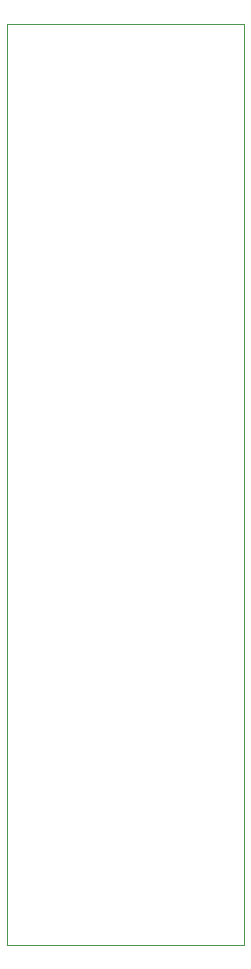
<source format=gbr>
%TF.GenerationSoftware,KiCad,Pcbnew,6.0.5-a6ca702e91~116~ubuntu20.04.1*%
%TF.CreationDate,2022-05-15T13:38:05+02:00*%
%TF.ProjectId,disco-board-pcb,64697363-6f2d-4626-9f61-72642d706362,rev?*%
%TF.SameCoordinates,Original*%
%TF.FileFunction,Legend,Top*%
%TF.FilePolarity,Positive*%
%FSLAX46Y46*%
G04 Gerber Fmt 4.6, Leading zero omitted, Abs format (unit mm)*
G04 Created by KiCad (PCBNEW 6.0.5-a6ca702e91~116~ubuntu20.04.1) date 2022-05-15 13:38:05*
%MOMM*%
%LPD*%
G01*
G04 APERTURE LIST*
%ADD10C,0.120000*%
G04 APERTURE END LIST*
D10*
%TO.C,BT1*%
X140450000Y-140800000D02*
X120350000Y-140800000D01*
X140450000Y-62800000D02*
X140450000Y-140800000D01*
X120350000Y-140800000D02*
X120350000Y-62800000D01*
X120350000Y-62800000D02*
X140450000Y-62800000D01*
%TD*%
M02*

</source>
